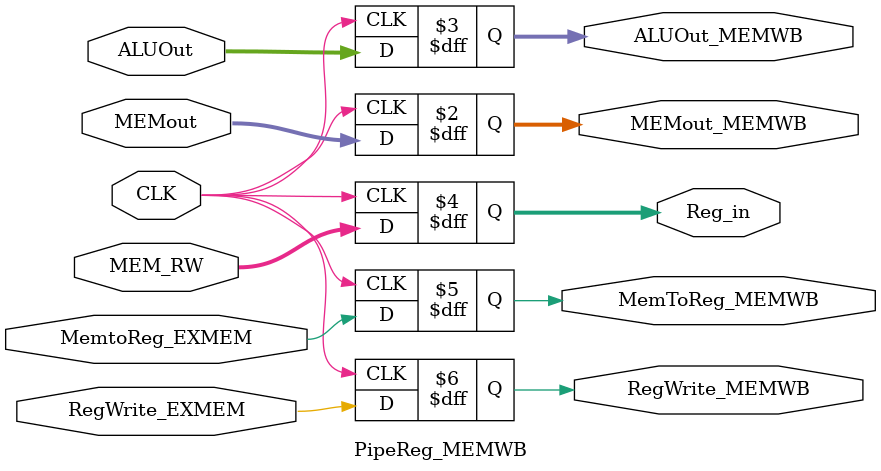
<source format=v>
module PipeReg_MEMWB(MemToReg_MEMWB, RegWrite_MEMWB, MEMout_MEMWB, ALUOut_MEMWB, Reg_in, MemtoReg_EXMEM, RegWrite_EXMEM, MEMout, ALUOut, MEM_RW, CLK);

output reg [31:0] MEMout_MEMWB, ALUOut_MEMWB;
output reg [4:0] Reg_in;
output reg MemToReg_MEMWB, RegWrite_MEMWB;

input [4:0] MEM_RW;
input [31:0] MEMout, ALUOut; //Data
input MemtoReg_EXMEM, RegWrite_EXMEM, CLK; //Control 

always @(negedge CLK) begin
	MemToReg_MEMWB = MemtoReg_EXMEM;
	RegWrite_MEMWB = RegWrite_EXMEM;
	MEMout_MEMWB = MEMout;
	ALUOut_MEMWB = ALUOut;
	Reg_in = MEM_RW;	
end

endmodule


</source>
